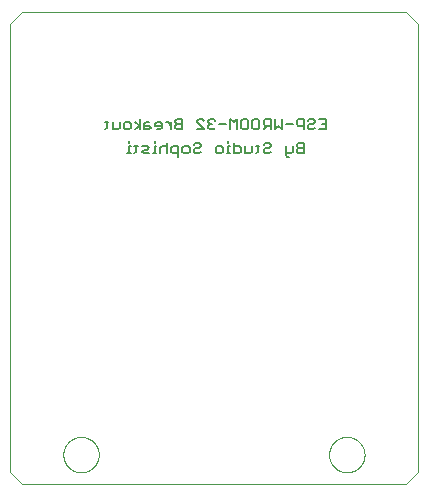
<source format=gbo>
G75*
%MOIN*%
%OFA0B0*%
%FSLAX25Y25*%
%IPPOS*%
%LPD*%
%AMOC8*
5,1,8,0,0,1.08239X$1,22.5*
%
%ADD10C,0.00000*%
%ADD11C,0.00500*%
D10*
X0002250Y0006187D02*
X0006187Y0002250D01*
X0134140Y0002250D01*
X0138077Y0006187D01*
X0138077Y0155793D01*
X0134140Y0159730D01*
X0006187Y0159730D01*
X0002250Y0155793D01*
X0002250Y0006187D01*
X0019966Y0012093D02*
X0019968Y0012246D01*
X0019974Y0012400D01*
X0019984Y0012553D01*
X0019998Y0012705D01*
X0020016Y0012858D01*
X0020038Y0013009D01*
X0020063Y0013160D01*
X0020093Y0013311D01*
X0020127Y0013461D01*
X0020164Y0013609D01*
X0020205Y0013757D01*
X0020250Y0013903D01*
X0020299Y0014049D01*
X0020352Y0014193D01*
X0020408Y0014335D01*
X0020468Y0014476D01*
X0020532Y0014616D01*
X0020599Y0014754D01*
X0020670Y0014890D01*
X0020745Y0015024D01*
X0020822Y0015156D01*
X0020904Y0015286D01*
X0020988Y0015414D01*
X0021076Y0015540D01*
X0021167Y0015663D01*
X0021261Y0015784D01*
X0021359Y0015902D01*
X0021459Y0016018D01*
X0021563Y0016131D01*
X0021669Y0016242D01*
X0021778Y0016350D01*
X0021890Y0016455D01*
X0022004Y0016556D01*
X0022122Y0016655D01*
X0022241Y0016751D01*
X0022363Y0016844D01*
X0022488Y0016933D01*
X0022615Y0017020D01*
X0022744Y0017102D01*
X0022875Y0017182D01*
X0023008Y0017258D01*
X0023143Y0017331D01*
X0023280Y0017400D01*
X0023419Y0017465D01*
X0023559Y0017527D01*
X0023701Y0017585D01*
X0023844Y0017640D01*
X0023989Y0017691D01*
X0024135Y0017738D01*
X0024282Y0017781D01*
X0024430Y0017820D01*
X0024579Y0017856D01*
X0024729Y0017887D01*
X0024880Y0017915D01*
X0025031Y0017939D01*
X0025184Y0017959D01*
X0025336Y0017975D01*
X0025489Y0017987D01*
X0025642Y0017995D01*
X0025795Y0017999D01*
X0025949Y0017999D01*
X0026102Y0017995D01*
X0026255Y0017987D01*
X0026408Y0017975D01*
X0026560Y0017959D01*
X0026713Y0017939D01*
X0026864Y0017915D01*
X0027015Y0017887D01*
X0027165Y0017856D01*
X0027314Y0017820D01*
X0027462Y0017781D01*
X0027609Y0017738D01*
X0027755Y0017691D01*
X0027900Y0017640D01*
X0028043Y0017585D01*
X0028185Y0017527D01*
X0028325Y0017465D01*
X0028464Y0017400D01*
X0028601Y0017331D01*
X0028736Y0017258D01*
X0028869Y0017182D01*
X0029000Y0017102D01*
X0029129Y0017020D01*
X0029256Y0016933D01*
X0029381Y0016844D01*
X0029503Y0016751D01*
X0029622Y0016655D01*
X0029740Y0016556D01*
X0029854Y0016455D01*
X0029966Y0016350D01*
X0030075Y0016242D01*
X0030181Y0016131D01*
X0030285Y0016018D01*
X0030385Y0015902D01*
X0030483Y0015784D01*
X0030577Y0015663D01*
X0030668Y0015540D01*
X0030756Y0015414D01*
X0030840Y0015286D01*
X0030922Y0015156D01*
X0030999Y0015024D01*
X0031074Y0014890D01*
X0031145Y0014754D01*
X0031212Y0014616D01*
X0031276Y0014476D01*
X0031336Y0014335D01*
X0031392Y0014193D01*
X0031445Y0014049D01*
X0031494Y0013903D01*
X0031539Y0013757D01*
X0031580Y0013609D01*
X0031617Y0013461D01*
X0031651Y0013311D01*
X0031681Y0013160D01*
X0031706Y0013009D01*
X0031728Y0012858D01*
X0031746Y0012705D01*
X0031760Y0012553D01*
X0031770Y0012400D01*
X0031776Y0012246D01*
X0031778Y0012093D01*
X0031776Y0011940D01*
X0031770Y0011786D01*
X0031760Y0011633D01*
X0031746Y0011481D01*
X0031728Y0011328D01*
X0031706Y0011177D01*
X0031681Y0011026D01*
X0031651Y0010875D01*
X0031617Y0010725D01*
X0031580Y0010577D01*
X0031539Y0010429D01*
X0031494Y0010283D01*
X0031445Y0010137D01*
X0031392Y0009993D01*
X0031336Y0009851D01*
X0031276Y0009710D01*
X0031212Y0009570D01*
X0031145Y0009432D01*
X0031074Y0009296D01*
X0030999Y0009162D01*
X0030922Y0009030D01*
X0030840Y0008900D01*
X0030756Y0008772D01*
X0030668Y0008646D01*
X0030577Y0008523D01*
X0030483Y0008402D01*
X0030385Y0008284D01*
X0030285Y0008168D01*
X0030181Y0008055D01*
X0030075Y0007944D01*
X0029966Y0007836D01*
X0029854Y0007731D01*
X0029740Y0007630D01*
X0029622Y0007531D01*
X0029503Y0007435D01*
X0029381Y0007342D01*
X0029256Y0007253D01*
X0029129Y0007166D01*
X0029000Y0007084D01*
X0028869Y0007004D01*
X0028736Y0006928D01*
X0028601Y0006855D01*
X0028464Y0006786D01*
X0028325Y0006721D01*
X0028185Y0006659D01*
X0028043Y0006601D01*
X0027900Y0006546D01*
X0027755Y0006495D01*
X0027609Y0006448D01*
X0027462Y0006405D01*
X0027314Y0006366D01*
X0027165Y0006330D01*
X0027015Y0006299D01*
X0026864Y0006271D01*
X0026713Y0006247D01*
X0026560Y0006227D01*
X0026408Y0006211D01*
X0026255Y0006199D01*
X0026102Y0006191D01*
X0025949Y0006187D01*
X0025795Y0006187D01*
X0025642Y0006191D01*
X0025489Y0006199D01*
X0025336Y0006211D01*
X0025184Y0006227D01*
X0025031Y0006247D01*
X0024880Y0006271D01*
X0024729Y0006299D01*
X0024579Y0006330D01*
X0024430Y0006366D01*
X0024282Y0006405D01*
X0024135Y0006448D01*
X0023989Y0006495D01*
X0023844Y0006546D01*
X0023701Y0006601D01*
X0023559Y0006659D01*
X0023419Y0006721D01*
X0023280Y0006786D01*
X0023143Y0006855D01*
X0023008Y0006928D01*
X0022875Y0007004D01*
X0022744Y0007084D01*
X0022615Y0007166D01*
X0022488Y0007253D01*
X0022363Y0007342D01*
X0022241Y0007435D01*
X0022122Y0007531D01*
X0022004Y0007630D01*
X0021890Y0007731D01*
X0021778Y0007836D01*
X0021669Y0007944D01*
X0021563Y0008055D01*
X0021459Y0008168D01*
X0021359Y0008284D01*
X0021261Y0008402D01*
X0021167Y0008523D01*
X0021076Y0008646D01*
X0020988Y0008772D01*
X0020904Y0008900D01*
X0020822Y0009030D01*
X0020745Y0009162D01*
X0020670Y0009296D01*
X0020599Y0009432D01*
X0020532Y0009570D01*
X0020468Y0009710D01*
X0020408Y0009851D01*
X0020352Y0009993D01*
X0020299Y0010137D01*
X0020250Y0010283D01*
X0020205Y0010429D01*
X0020164Y0010577D01*
X0020127Y0010725D01*
X0020093Y0010875D01*
X0020063Y0011026D01*
X0020038Y0011177D01*
X0020016Y0011328D01*
X0019998Y0011481D01*
X0019984Y0011633D01*
X0019974Y0011786D01*
X0019968Y0011940D01*
X0019966Y0012093D01*
X0108549Y0012093D02*
X0108551Y0012246D01*
X0108557Y0012400D01*
X0108567Y0012553D01*
X0108581Y0012705D01*
X0108599Y0012858D01*
X0108621Y0013009D01*
X0108646Y0013160D01*
X0108676Y0013311D01*
X0108710Y0013461D01*
X0108747Y0013609D01*
X0108788Y0013757D01*
X0108833Y0013903D01*
X0108882Y0014049D01*
X0108935Y0014193D01*
X0108991Y0014335D01*
X0109051Y0014476D01*
X0109115Y0014616D01*
X0109182Y0014754D01*
X0109253Y0014890D01*
X0109328Y0015024D01*
X0109405Y0015156D01*
X0109487Y0015286D01*
X0109571Y0015414D01*
X0109659Y0015540D01*
X0109750Y0015663D01*
X0109844Y0015784D01*
X0109942Y0015902D01*
X0110042Y0016018D01*
X0110146Y0016131D01*
X0110252Y0016242D01*
X0110361Y0016350D01*
X0110473Y0016455D01*
X0110587Y0016556D01*
X0110705Y0016655D01*
X0110824Y0016751D01*
X0110946Y0016844D01*
X0111071Y0016933D01*
X0111198Y0017020D01*
X0111327Y0017102D01*
X0111458Y0017182D01*
X0111591Y0017258D01*
X0111726Y0017331D01*
X0111863Y0017400D01*
X0112002Y0017465D01*
X0112142Y0017527D01*
X0112284Y0017585D01*
X0112427Y0017640D01*
X0112572Y0017691D01*
X0112718Y0017738D01*
X0112865Y0017781D01*
X0113013Y0017820D01*
X0113162Y0017856D01*
X0113312Y0017887D01*
X0113463Y0017915D01*
X0113614Y0017939D01*
X0113767Y0017959D01*
X0113919Y0017975D01*
X0114072Y0017987D01*
X0114225Y0017995D01*
X0114378Y0017999D01*
X0114532Y0017999D01*
X0114685Y0017995D01*
X0114838Y0017987D01*
X0114991Y0017975D01*
X0115143Y0017959D01*
X0115296Y0017939D01*
X0115447Y0017915D01*
X0115598Y0017887D01*
X0115748Y0017856D01*
X0115897Y0017820D01*
X0116045Y0017781D01*
X0116192Y0017738D01*
X0116338Y0017691D01*
X0116483Y0017640D01*
X0116626Y0017585D01*
X0116768Y0017527D01*
X0116908Y0017465D01*
X0117047Y0017400D01*
X0117184Y0017331D01*
X0117319Y0017258D01*
X0117452Y0017182D01*
X0117583Y0017102D01*
X0117712Y0017020D01*
X0117839Y0016933D01*
X0117964Y0016844D01*
X0118086Y0016751D01*
X0118205Y0016655D01*
X0118323Y0016556D01*
X0118437Y0016455D01*
X0118549Y0016350D01*
X0118658Y0016242D01*
X0118764Y0016131D01*
X0118868Y0016018D01*
X0118968Y0015902D01*
X0119066Y0015784D01*
X0119160Y0015663D01*
X0119251Y0015540D01*
X0119339Y0015414D01*
X0119423Y0015286D01*
X0119505Y0015156D01*
X0119582Y0015024D01*
X0119657Y0014890D01*
X0119728Y0014754D01*
X0119795Y0014616D01*
X0119859Y0014476D01*
X0119919Y0014335D01*
X0119975Y0014193D01*
X0120028Y0014049D01*
X0120077Y0013903D01*
X0120122Y0013757D01*
X0120163Y0013609D01*
X0120200Y0013461D01*
X0120234Y0013311D01*
X0120264Y0013160D01*
X0120289Y0013009D01*
X0120311Y0012858D01*
X0120329Y0012705D01*
X0120343Y0012553D01*
X0120353Y0012400D01*
X0120359Y0012246D01*
X0120361Y0012093D01*
X0120359Y0011940D01*
X0120353Y0011786D01*
X0120343Y0011633D01*
X0120329Y0011481D01*
X0120311Y0011328D01*
X0120289Y0011177D01*
X0120264Y0011026D01*
X0120234Y0010875D01*
X0120200Y0010725D01*
X0120163Y0010577D01*
X0120122Y0010429D01*
X0120077Y0010283D01*
X0120028Y0010137D01*
X0119975Y0009993D01*
X0119919Y0009851D01*
X0119859Y0009710D01*
X0119795Y0009570D01*
X0119728Y0009432D01*
X0119657Y0009296D01*
X0119582Y0009162D01*
X0119505Y0009030D01*
X0119423Y0008900D01*
X0119339Y0008772D01*
X0119251Y0008646D01*
X0119160Y0008523D01*
X0119066Y0008402D01*
X0118968Y0008284D01*
X0118868Y0008168D01*
X0118764Y0008055D01*
X0118658Y0007944D01*
X0118549Y0007836D01*
X0118437Y0007731D01*
X0118323Y0007630D01*
X0118205Y0007531D01*
X0118086Y0007435D01*
X0117964Y0007342D01*
X0117839Y0007253D01*
X0117712Y0007166D01*
X0117583Y0007084D01*
X0117452Y0007004D01*
X0117319Y0006928D01*
X0117184Y0006855D01*
X0117047Y0006786D01*
X0116908Y0006721D01*
X0116768Y0006659D01*
X0116626Y0006601D01*
X0116483Y0006546D01*
X0116338Y0006495D01*
X0116192Y0006448D01*
X0116045Y0006405D01*
X0115897Y0006366D01*
X0115748Y0006330D01*
X0115598Y0006299D01*
X0115447Y0006271D01*
X0115296Y0006247D01*
X0115143Y0006227D01*
X0114991Y0006211D01*
X0114838Y0006199D01*
X0114685Y0006191D01*
X0114532Y0006187D01*
X0114378Y0006187D01*
X0114225Y0006191D01*
X0114072Y0006199D01*
X0113919Y0006211D01*
X0113767Y0006227D01*
X0113614Y0006247D01*
X0113463Y0006271D01*
X0113312Y0006299D01*
X0113162Y0006330D01*
X0113013Y0006366D01*
X0112865Y0006405D01*
X0112718Y0006448D01*
X0112572Y0006495D01*
X0112427Y0006546D01*
X0112284Y0006601D01*
X0112142Y0006659D01*
X0112002Y0006721D01*
X0111863Y0006786D01*
X0111726Y0006855D01*
X0111591Y0006928D01*
X0111458Y0007004D01*
X0111327Y0007084D01*
X0111198Y0007166D01*
X0111071Y0007253D01*
X0110946Y0007342D01*
X0110824Y0007435D01*
X0110705Y0007531D01*
X0110587Y0007630D01*
X0110473Y0007731D01*
X0110361Y0007836D01*
X0110252Y0007944D01*
X0110146Y0008055D01*
X0110042Y0008168D01*
X0109942Y0008284D01*
X0109844Y0008402D01*
X0109750Y0008523D01*
X0109659Y0008646D01*
X0109571Y0008772D01*
X0109487Y0008900D01*
X0109405Y0009030D01*
X0109328Y0009162D01*
X0109253Y0009296D01*
X0109182Y0009432D01*
X0109115Y0009570D01*
X0109051Y0009710D01*
X0108991Y0009851D01*
X0108935Y0009993D01*
X0108882Y0010137D01*
X0108833Y0010283D01*
X0108788Y0010429D01*
X0108747Y0010577D01*
X0108710Y0010725D01*
X0108676Y0010875D01*
X0108646Y0011026D01*
X0108621Y0011177D01*
X0108599Y0011328D01*
X0108581Y0011481D01*
X0108567Y0011633D01*
X0108557Y0011786D01*
X0108551Y0011940D01*
X0108549Y0012093D01*
D11*
X0095228Y0111332D02*
X0094644Y0111332D01*
X0094061Y0111916D01*
X0094061Y0114835D01*
X0096396Y0114835D02*
X0096396Y0113084D01*
X0095812Y0112500D01*
X0094061Y0112500D01*
X0097744Y0113084D02*
X0098328Y0112500D01*
X0100079Y0112500D01*
X0100079Y0116003D01*
X0098328Y0116003D01*
X0097744Y0115419D01*
X0097744Y0114835D01*
X0098328Y0114251D01*
X0100079Y0114251D01*
X0098328Y0114251D02*
X0097744Y0113668D01*
X0097744Y0113084D01*
X0100079Y0120500D02*
X0100079Y0124003D01*
X0098328Y0124003D01*
X0097744Y0123419D01*
X0097744Y0122251D01*
X0098328Y0121668D01*
X0100079Y0121668D01*
X0101427Y0121668D02*
X0102011Y0122251D01*
X0103178Y0122251D01*
X0103762Y0122835D01*
X0103762Y0123419D01*
X0103178Y0124003D01*
X0102011Y0124003D01*
X0101427Y0123419D01*
X0101427Y0121668D02*
X0101427Y0121084D01*
X0102011Y0120500D01*
X0103178Y0120500D01*
X0103762Y0121084D01*
X0105110Y0120500D02*
X0107445Y0120500D01*
X0107445Y0124003D01*
X0105110Y0124003D01*
X0106278Y0122251D02*
X0107445Y0122251D01*
X0096396Y0122251D02*
X0094061Y0122251D01*
X0092713Y0120500D02*
X0091545Y0121668D01*
X0090377Y0120500D01*
X0090377Y0124003D01*
X0089030Y0124003D02*
X0087278Y0124003D01*
X0086694Y0123419D01*
X0086694Y0122251D01*
X0087278Y0121668D01*
X0089030Y0121668D01*
X0089030Y0120500D02*
X0089030Y0124003D01*
X0087862Y0121668D02*
X0086694Y0120500D01*
X0085346Y0121084D02*
X0085346Y0123419D01*
X0084763Y0124003D01*
X0083595Y0124003D01*
X0083011Y0123419D01*
X0083011Y0121084D01*
X0083595Y0120500D01*
X0084763Y0120500D01*
X0085346Y0121084D01*
X0081663Y0121084D02*
X0081080Y0120500D01*
X0079912Y0120500D01*
X0079328Y0121084D01*
X0079328Y0123419D01*
X0079912Y0124003D01*
X0081080Y0124003D01*
X0081663Y0123419D01*
X0081663Y0121084D01*
X0077980Y0120500D02*
X0077980Y0124003D01*
X0076813Y0122835D01*
X0075645Y0124003D01*
X0075645Y0120500D01*
X0074297Y0122251D02*
X0071962Y0122251D01*
X0070614Y0121084D02*
X0070030Y0120500D01*
X0068862Y0120500D01*
X0068279Y0121084D01*
X0068279Y0121668D01*
X0068862Y0122251D01*
X0069446Y0122251D01*
X0068862Y0122251D02*
X0068279Y0122835D01*
X0068279Y0123419D01*
X0068862Y0124003D01*
X0070030Y0124003D01*
X0070614Y0123419D01*
X0066931Y0123419D02*
X0066347Y0124003D01*
X0065179Y0124003D01*
X0064595Y0123419D01*
X0064595Y0122835D01*
X0066931Y0120500D01*
X0064595Y0120500D01*
X0065119Y0116003D02*
X0063952Y0116003D01*
X0063368Y0115419D01*
X0063952Y0114251D02*
X0063368Y0113668D01*
X0063368Y0113084D01*
X0063952Y0112500D01*
X0065119Y0112500D01*
X0065703Y0113084D01*
X0065119Y0114251D02*
X0063952Y0114251D01*
X0065119Y0114251D02*
X0065703Y0114835D01*
X0065703Y0115419D01*
X0065119Y0116003D01*
X0062020Y0114251D02*
X0062020Y0113084D01*
X0061436Y0112500D01*
X0060268Y0112500D01*
X0059685Y0113084D01*
X0059685Y0114251D01*
X0060268Y0114835D01*
X0061436Y0114835D01*
X0062020Y0114251D01*
X0058337Y0114835D02*
X0058337Y0111332D01*
X0058337Y0112500D02*
X0056585Y0112500D01*
X0056001Y0113084D01*
X0056001Y0114251D01*
X0056585Y0114835D01*
X0058337Y0114835D01*
X0054654Y0114251D02*
X0054070Y0114835D01*
X0052902Y0114835D01*
X0052318Y0114251D01*
X0052318Y0112500D01*
X0050970Y0112500D02*
X0049803Y0112500D01*
X0050387Y0112500D02*
X0050387Y0114835D01*
X0050970Y0114835D01*
X0050387Y0116003D02*
X0050387Y0116587D01*
X0048515Y0114251D02*
X0047931Y0114835D01*
X0046180Y0114835D01*
X0046764Y0113668D02*
X0046180Y0113084D01*
X0046764Y0112500D01*
X0048515Y0112500D01*
X0047931Y0113668D02*
X0046764Y0113668D01*
X0047931Y0113668D02*
X0048515Y0114251D01*
X0044832Y0114835D02*
X0043664Y0114835D01*
X0044248Y0115419D02*
X0044248Y0113084D01*
X0043664Y0112500D01*
X0042376Y0112500D02*
X0041209Y0112500D01*
X0041793Y0112500D02*
X0041793Y0114835D01*
X0042376Y0114835D01*
X0041793Y0116003D02*
X0041793Y0116587D01*
X0041793Y0120500D02*
X0040625Y0120500D01*
X0040041Y0121084D01*
X0040041Y0122251D01*
X0040625Y0122835D01*
X0041793Y0122835D01*
X0042376Y0122251D01*
X0042376Y0121084D01*
X0041793Y0120500D01*
X0043694Y0120500D02*
X0045446Y0121668D01*
X0043694Y0122835D01*
X0045446Y0124003D02*
X0045446Y0120500D01*
X0046794Y0120500D02*
X0046794Y0122251D01*
X0047377Y0122835D01*
X0048545Y0122835D01*
X0048545Y0121668D02*
X0046794Y0121668D01*
X0046794Y0120500D02*
X0048545Y0120500D01*
X0049129Y0121084D01*
X0048545Y0121668D01*
X0050477Y0121668D02*
X0050477Y0122251D01*
X0051061Y0122835D01*
X0052228Y0122835D01*
X0052812Y0122251D01*
X0052812Y0121084D01*
X0052228Y0120500D01*
X0051061Y0120500D01*
X0050477Y0121668D02*
X0052812Y0121668D01*
X0054130Y0122835D02*
X0054714Y0122835D01*
X0055881Y0121668D01*
X0055881Y0122835D02*
X0055881Y0120500D01*
X0057229Y0121084D02*
X0057813Y0120500D01*
X0059564Y0120500D01*
X0059564Y0124003D01*
X0057813Y0124003D01*
X0057229Y0123419D01*
X0057229Y0122835D01*
X0057813Y0122251D01*
X0059564Y0122251D01*
X0057813Y0122251D02*
X0057229Y0121668D01*
X0057229Y0121084D01*
X0054654Y0116003D02*
X0054654Y0112500D01*
X0038693Y0121084D02*
X0038109Y0120500D01*
X0036358Y0120500D01*
X0036358Y0122835D01*
X0035010Y0122835D02*
X0033843Y0122835D01*
X0034426Y0123419D02*
X0034426Y0121084D01*
X0033843Y0120500D01*
X0038693Y0121084D02*
X0038693Y0122835D01*
X0070734Y0114251D02*
X0071318Y0114835D01*
X0072485Y0114835D01*
X0073069Y0114251D01*
X0073069Y0113084D01*
X0072485Y0112500D01*
X0071318Y0112500D01*
X0070734Y0113084D01*
X0070734Y0114251D01*
X0074357Y0112500D02*
X0075525Y0112500D01*
X0074941Y0112500D02*
X0074941Y0114835D01*
X0075525Y0114835D01*
X0074941Y0116003D02*
X0074941Y0116587D01*
X0076873Y0116003D02*
X0076873Y0112500D01*
X0078624Y0112500D01*
X0079208Y0113084D01*
X0079208Y0114251D01*
X0078624Y0114835D01*
X0076873Y0114835D01*
X0080556Y0114835D02*
X0080556Y0112500D01*
X0082307Y0112500D01*
X0082891Y0113084D01*
X0082891Y0114835D01*
X0084179Y0114835D02*
X0085346Y0114835D01*
X0084763Y0115419D02*
X0084763Y0113084D01*
X0084179Y0112500D01*
X0086694Y0113084D02*
X0087278Y0112500D01*
X0088446Y0112500D01*
X0089030Y0113084D01*
X0088446Y0114251D02*
X0089030Y0114835D01*
X0089030Y0115419D01*
X0088446Y0116003D01*
X0087278Y0116003D01*
X0086694Y0115419D01*
X0087278Y0114251D02*
X0086694Y0113668D01*
X0086694Y0113084D01*
X0087278Y0114251D02*
X0088446Y0114251D01*
X0092713Y0120500D02*
X0092713Y0124003D01*
M02*

</source>
